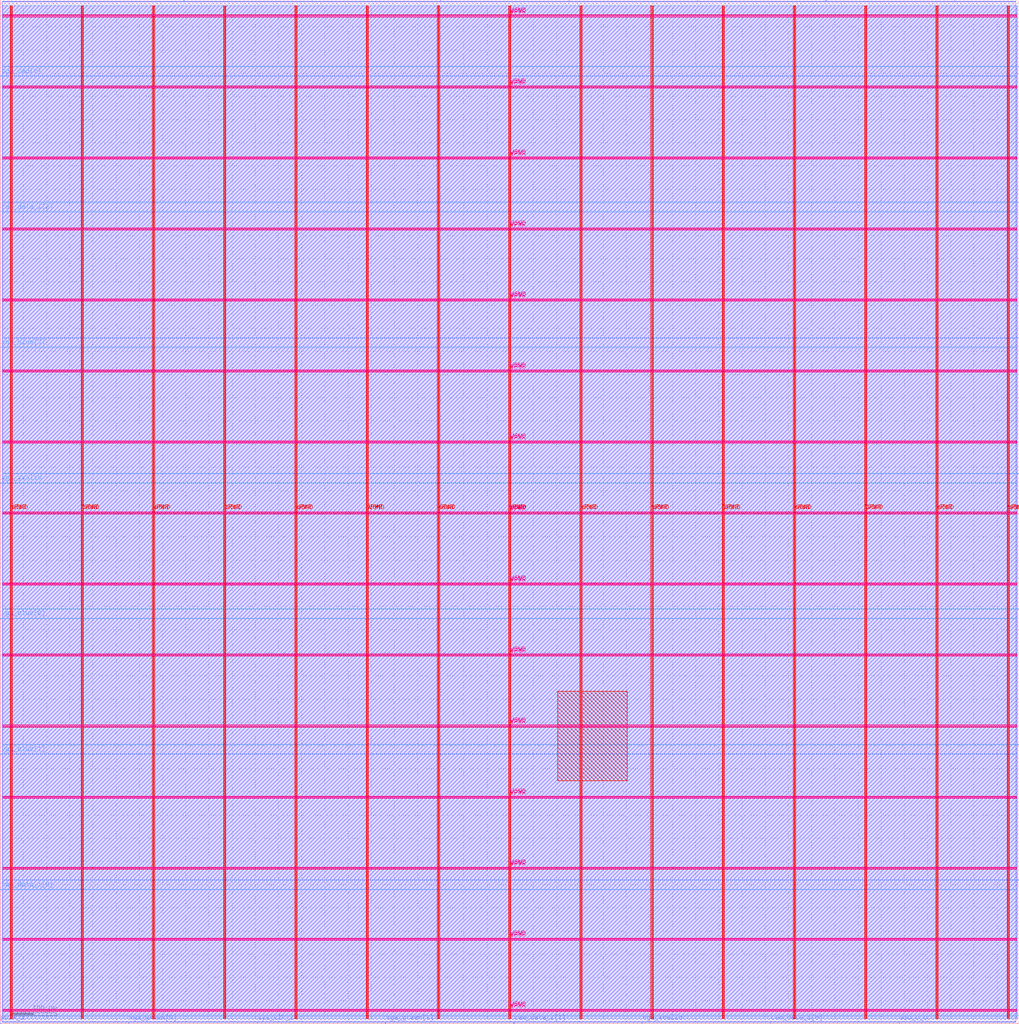
<source format=lef>
VERSION 5.7 ;
  NOWIREEXTENSIONATPIN ON ;
  DIVIDERCHAR "/" ;
  BUSBITCHARS "[]" ;
MACRO fpga_sobel_top
  CLASS BLOCK ;
  FOREIGN fpga_sobel_top ;
  ORIGIN 0.000 0.000 ;
  SIZE 2197.695 BY 2208.415 ;
  PIN VGND
    DIRECTION INOUT ;
    USE GROUND ;
    PORT
      LAYER met4 ;
        RECT 24.340 10.640 25.940 2195.280 ;
    END
    PORT
      LAYER met4 ;
        RECT 177.940 10.640 179.540 2195.280 ;
    END
    PORT
      LAYER met4 ;
        RECT 331.540 10.640 333.140 2195.280 ;
    END
    PORT
      LAYER met4 ;
        RECT 485.140 10.640 486.740 2195.280 ;
    END
    PORT
      LAYER met4 ;
        RECT 638.740 10.640 640.340 2195.280 ;
    END
    PORT
      LAYER met4 ;
        RECT 792.340 10.640 793.940 2195.280 ;
    END
    PORT
      LAYER met4 ;
        RECT 945.940 10.640 947.540 2195.280 ;
    END
    PORT
      LAYER met4 ;
        RECT 1099.540 10.640 1101.140 2195.280 ;
    END
    PORT
      LAYER met4 ;
        RECT 1253.140 10.640 1254.740 2195.280 ;
    END
    PORT
      LAYER met4 ;
        RECT 1406.740 10.640 1408.340 2195.280 ;
    END
    PORT
      LAYER met4 ;
        RECT 1560.340 10.640 1561.940 2195.280 ;
    END
    PORT
      LAYER met4 ;
        RECT 1713.940 10.640 1715.540 2195.280 ;
    END
    PORT
      LAYER met4 ;
        RECT 1867.540 10.640 1869.140 2195.280 ;
    END
    PORT
      LAYER met4 ;
        RECT 2021.140 10.640 2022.740 2195.280 ;
    END
    PORT
      LAYER met4 ;
        RECT 2174.740 10.640 2176.340 2195.280 ;
    END
    PORT
      LAYER met5 ;
        RECT 5.280 30.030 2192.140 31.630 ;
    END
    PORT
      LAYER met5 ;
        RECT 5.280 183.210 2192.140 184.810 ;
    END
    PORT
      LAYER met5 ;
        RECT 5.280 336.390 2192.140 337.990 ;
    END
    PORT
      LAYER met5 ;
        RECT 5.280 489.570 2192.140 491.170 ;
    END
    PORT
      LAYER met5 ;
        RECT 5.280 642.750 2192.140 644.350 ;
    END
    PORT
      LAYER met5 ;
        RECT 5.280 795.930 2192.140 797.530 ;
    END
    PORT
      LAYER met5 ;
        RECT 5.280 949.110 2192.140 950.710 ;
    END
    PORT
      LAYER met5 ;
        RECT 5.280 1102.290 2192.140 1103.890 ;
    END
    PORT
      LAYER met5 ;
        RECT 5.280 1255.470 2192.140 1257.070 ;
    END
    PORT
      LAYER met5 ;
        RECT 5.280 1408.650 2192.140 1410.250 ;
    END
    PORT
      LAYER met5 ;
        RECT 5.280 1561.830 2192.140 1563.430 ;
    END
    PORT
      LAYER met5 ;
        RECT 5.280 1715.010 2192.140 1716.610 ;
    END
    PORT
      LAYER met5 ;
        RECT 5.280 1868.190 2192.140 1869.790 ;
    END
    PORT
      LAYER met5 ;
        RECT 5.280 2021.370 2192.140 2022.970 ;
    END
    PORT
      LAYER met5 ;
        RECT 5.280 2174.550 2192.140 2176.150 ;
    END
  END VGND
  PIN VPWR
    DIRECTION INOUT ;
    USE POWER ;
    PORT
      LAYER met4 ;
        RECT 21.040 10.640 22.640 2195.280 ;
    END
    PORT
      LAYER met4 ;
        RECT 174.640 10.640 176.240 2195.280 ;
    END
    PORT
      LAYER met4 ;
        RECT 328.240 10.640 329.840 2195.280 ;
    END
    PORT
      LAYER met4 ;
        RECT 481.840 10.640 483.440 2195.280 ;
    END
    PORT
      LAYER met4 ;
        RECT 635.440 10.640 637.040 2195.280 ;
    END
    PORT
      LAYER met4 ;
        RECT 789.040 10.640 790.640 2195.280 ;
    END
    PORT
      LAYER met4 ;
        RECT 942.640 10.640 944.240 2195.280 ;
    END
    PORT
      LAYER met4 ;
        RECT 1096.240 10.640 1097.840 2195.280 ;
    END
    PORT
      LAYER met4 ;
        RECT 1249.840 10.640 1251.440 2195.280 ;
    END
    PORT
      LAYER met4 ;
        RECT 1403.440 10.640 1405.040 2195.280 ;
    END
    PORT
      LAYER met4 ;
        RECT 1557.040 10.640 1558.640 2195.280 ;
    END
    PORT
      LAYER met4 ;
        RECT 1710.640 10.640 1712.240 2195.280 ;
    END
    PORT
      LAYER met4 ;
        RECT 1864.240 10.640 1865.840 2195.280 ;
    END
    PORT
      LAYER met4 ;
        RECT 2017.840 10.640 2019.440 2195.280 ;
    END
    PORT
      LAYER met4 ;
        RECT 2171.440 10.640 2173.040 2195.280 ;
    END
    PORT
      LAYER met5 ;
        RECT 5.280 26.730 2192.140 28.330 ;
    END
    PORT
      LAYER met5 ;
        RECT 5.280 179.910 2192.140 181.510 ;
    END
    PORT
      LAYER met5 ;
        RECT 5.280 333.090 2192.140 334.690 ;
    END
    PORT
      LAYER met5 ;
        RECT 5.280 486.270 2192.140 487.870 ;
    END
    PORT
      LAYER met5 ;
        RECT 5.280 639.450 2192.140 641.050 ;
    END
    PORT
      LAYER met5 ;
        RECT 5.280 792.630 2192.140 794.230 ;
    END
    PORT
      LAYER met5 ;
        RECT 5.280 945.810 2192.140 947.410 ;
    END
    PORT
      LAYER met5 ;
        RECT 5.280 1098.990 2192.140 1100.590 ;
    END
    PORT
      LAYER met5 ;
        RECT 5.280 1252.170 2192.140 1253.770 ;
    END
    PORT
      LAYER met5 ;
        RECT 5.280 1405.350 2192.140 1406.950 ;
    END
    PORT
      LAYER met5 ;
        RECT 5.280 1558.530 2192.140 1560.130 ;
    END
    PORT
      LAYER met5 ;
        RECT 5.280 1711.710 2192.140 1713.310 ;
    END
    PORT
      LAYER met5 ;
        RECT 5.280 1864.890 2192.140 1866.490 ;
    END
    PORT
      LAYER met5 ;
        RECT 5.280 2018.070 2192.140 2019.670 ;
    END
    PORT
      LAYER met5 ;
        RECT 5.280 2171.250 2192.140 2172.850 ;
    END
  END VPWR
  PIN cam_data_i[0]
    DIRECTION INPUT ;
    USE SIGNAL ;
    PORT
      LAYER met3 ;
        RECT 2193.695 1479.040 2197.695 1479.640 ;
    END
  END cam_data_i[0]
  PIN cam_data_i[1]
    DIRECTION INPUT ;
    USE SIGNAL ;
    PORT
      LAYER met2 ;
        RECT 1107.770 0.000 1108.050 4.000 ;
    END
  END cam_data_i[1]
  PIN cam_data_i[2]
    DIRECTION INPUT ;
    USE SIGNAL ;
    PORT
      LAYER met3 ;
        RECT 0.000 1751.040 4.000 1751.640 ;
    END
  END cam_data_i[2]
  PIN cam_data_i[3]
    DIRECTION INPUT ;
    USE SIGNAL ;
    PORT
      LAYER met3 ;
        RECT 2193.695 1186.640 2197.695 1187.240 ;
    END
  END cam_data_i[3]
  PIN cam_data_i[4]
    DIRECTION INPUT ;
    USE SIGNAL ;
    PORT
      LAYER met2 ;
        RECT 1503.830 2204.415 1504.110 2208.415 ;
    END
  END cam_data_i[4]
  PIN cam_data_i[5]
    DIRECTION INPUT ;
    USE SIGNAL ;
    PORT
      LAYER met2 ;
        RECT 1661.610 0.000 1661.890 4.000 ;
    END
  END cam_data_i[5]
  PIN cam_data_i[6]
    DIRECTION INPUT ;
    USE SIGNAL ;
    PORT
      LAYER met3 ;
        RECT 0.000 289.040 4.000 289.640 ;
    END
  END cam_data_i[6]
  PIN cam_data_i[7]
    DIRECTION INPUT ;
    USE SIGNAL ;
    PORT
      LAYER met3 ;
        RECT 2193.695 2063.840 2197.695 2064.440 ;
    END
  END cam_data_i[7]
  PIN cam_rst_o
    DIRECTION OUTPUT TRISTATE ;
    USE SIGNAL ;
    PORT
      LAYER met2 ;
        RECT 1780.750 2204.415 1781.030 2208.415 ;
    END
  END cam_rst_o
  PIN href_i
    DIRECTION INPUT ;
    USE SIGNAL ;
    PORT
      LAYER met3 ;
        RECT 2193.695 601.840 2197.695 602.440 ;
    END
  END href_i
  PIN pclk_i
    DIRECTION INPUT ;
    USE SIGNAL ;
    PORT
      LAYER met2 ;
        RECT 0.090 0.000 0.370 4.000 ;
    END
  END pclk_i
  PIN sio_c_o
    DIRECTION OUTPUT TRISTATE ;
    USE SIGNAL ;
    ANTENNADIFFAREA 0.795200 ;
    PORT
      LAYER met2 ;
        RECT 1938.530 0.000 1938.810 4.000 ;
    END
  END sio_c_o
  PIN sio_d_io
    DIRECTION INOUT ;
    USE SIGNAL ;
    ANTENNADIFFAREA 1.782000 ;
    PORT
      LAYER met2 ;
        RECT 2057.670 2204.415 2057.950 2208.415 ;
    END
  END sio_d_io
  PIN sys_clk_i
    DIRECTION INPUT ;
    USE SIGNAL ;
    ANTENNAGATEAREA 0.742500 ;
    PORT
      LAYER met2 ;
        RECT 553.930 0.000 554.210 4.000 ;
    END
  END sys_clk_i
  PIN sys_rst_i
    DIRECTION INPUT ;
    USE SIGNAL ;
    ANTENNAGATEAREA 0.742500 ;
    PORT
      LAYER met2 ;
        RECT 673.070 2204.415 673.350 2208.415 ;
    END
  END sys_rst_i
  PIN vga_blue[0]
    DIRECTION OUTPUT TRISTATE ;
    USE SIGNAL ;
    PORT
      LAYER met3 ;
        RECT 0.000 873.840 4.000 874.440 ;
    END
  END vga_blue[0]
  PIN vga_blue[1]
    DIRECTION OUTPUT TRISTATE ;
    USE SIGNAL ;
    PORT
      LAYER met3 ;
        RECT 0.000 581.440 4.000 582.040 ;
    END
  END vga_blue[1]
  PIN vga_blue[2]
    DIRECTION OUTPUT TRISTATE ;
    USE SIGNAL ;
    PORT
      LAYER met3 ;
        RECT 2193.695 17.040 2197.695 17.640 ;
    END
  END vga_blue[2]
  PIN vga_blue[3]
    DIRECTION OUTPUT TRISTATE ;
    USE SIGNAL ;
    PORT
      LAYER met3 ;
        RECT 0.000 1458.640 4.000 1459.240 ;
    END
  END vga_blue[3]
  PIN vga_green[0]
    DIRECTION OUTPUT TRISTATE ;
    USE SIGNAL ;
    PORT
      LAYER met2 ;
        RECT 277.010 0.000 277.290 4.000 ;
    END
  END vga_green[0]
  PIN vga_green[1]
    DIRECTION OUTPUT TRISTATE ;
    USE SIGNAL ;
    PORT
      LAYER met2 ;
        RECT 396.150 2204.415 396.430 2208.415 ;
    END
  END vga_green[1]
  PIN vga_green[2]
    DIRECTION OUTPUT TRISTATE ;
    USE SIGNAL ;
    PORT
      LAYER met3 ;
        RECT 2193.695 309.440 2197.695 310.040 ;
    END
  END vga_green[2]
  PIN vga_green[3]
    DIRECTION OUTPUT TRISTATE ;
    USE SIGNAL ;
    PORT
      LAYER met2 ;
        RECT 830.850 0.000 831.130 4.000 ;
    END
  END vga_green[3]
  PIN vga_red[0]
    DIRECTION OUTPUT TRISTATE ;
    USE SIGNAL ;
    PORT
      LAYER met3 ;
        RECT 0.000 2043.440 4.000 2044.040 ;
    END
  END vga_red[0]
  PIN vga_red[1]
    DIRECTION OUTPUT TRISTATE ;
    USE SIGNAL ;
    PORT
      LAYER met3 ;
        RECT 2193.695 1771.440 2197.695 1772.040 ;
    END
  END vga_red[1]
  PIN vga_red[2]
    DIRECTION OUTPUT TRISTATE ;
    USE SIGNAL ;
    PORT
      LAYER met2 ;
        RECT 949.990 2204.415 950.270 2208.415 ;
    END
  END vga_red[2]
  PIN vga_red[3]
    DIRECTION OUTPUT TRISTATE ;
    USE SIGNAL ;
    PORT
      LAYER met2 ;
        RECT 1226.910 2204.415 1227.190 2208.415 ;
    END
  END vga_red[3]
  PIN vga_xvalid
    DIRECTION OUTPUT TRISTATE ;
    USE SIGNAL ;
    ANTENNADIFFAREA 0.795200 ;
    PORT
      LAYER met2 ;
        RECT 1384.690 0.000 1384.970 4.000 ;
    END
  END vga_xvalid
  PIN vga_yvalid
    DIRECTION OUTPUT TRISTATE ;
    USE SIGNAL ;
    ANTENNADIFFAREA 0.795200 ;
    PORT
      LAYER met3 ;
        RECT 0.000 1166.240 4.000 1166.840 ;
    END
  END vga_yvalid
  PIN vsync_i
    DIRECTION INPUT ;
    USE SIGNAL ;
    PORT
      LAYER met2 ;
        RECT 119.230 2204.415 119.510 2208.415 ;
    END
  END vsync_i
  PIN xvclk_o
    DIRECTION OUTPUT TRISTATE ;
    USE SIGNAL ;
    ANTENNADIFFAREA 0.445500 ;
    PORT
      LAYER met3 ;
        RECT 2193.695 894.240 2197.695 894.840 ;
    END
  END xvclk_o
  OBS
      LAYER li1 ;
        RECT 5.520 10.795 2191.900 2195.125 ;
      LAYER met1 ;
        RECT 4.670 10.640 2191.900 2195.280 ;
      LAYER met2 ;
        RECT 4.690 2204.135 118.950 2204.970 ;
        RECT 119.790 2204.135 395.870 2204.970 ;
        RECT 396.710 2204.135 672.790 2204.970 ;
        RECT 673.630 2204.135 949.710 2204.970 ;
        RECT 950.550 2204.135 1226.630 2204.970 ;
        RECT 1227.470 2204.135 1503.550 2204.970 ;
        RECT 1504.390 2204.135 1780.470 2204.970 ;
        RECT 1781.310 2204.135 2057.390 2204.970 ;
        RECT 2058.230 2204.135 2190.430 2204.970 ;
        RECT 4.690 4.280 2190.430 2204.135 ;
        RECT 4.690 3.670 276.730 4.280 ;
        RECT 277.570 3.670 553.650 4.280 ;
        RECT 554.490 3.670 830.570 4.280 ;
        RECT 831.410 3.670 1107.490 4.280 ;
        RECT 1108.330 3.670 1384.410 4.280 ;
        RECT 1385.250 3.670 1661.330 4.280 ;
        RECT 1662.170 3.670 1938.250 4.280 ;
        RECT 1939.090 3.670 2190.430 4.280 ;
      LAYER met3 ;
        RECT 4.000 2064.840 2193.695 2195.205 ;
        RECT 4.000 2063.440 2193.295 2064.840 ;
        RECT 4.000 2044.440 2193.695 2063.440 ;
        RECT 4.400 2043.040 2193.695 2044.440 ;
        RECT 4.000 1772.440 2193.695 2043.040 ;
        RECT 4.000 1771.040 2193.295 1772.440 ;
        RECT 4.000 1752.040 2193.695 1771.040 ;
        RECT 4.400 1750.640 2193.695 1752.040 ;
        RECT 4.000 1480.040 2193.695 1750.640 ;
        RECT 4.000 1478.640 2193.295 1480.040 ;
        RECT 4.000 1459.640 2193.695 1478.640 ;
        RECT 4.400 1458.240 2193.695 1459.640 ;
        RECT 4.000 1187.640 2193.695 1458.240 ;
        RECT 4.000 1186.240 2193.295 1187.640 ;
        RECT 4.000 1167.240 2193.695 1186.240 ;
        RECT 4.400 1165.840 2193.695 1167.240 ;
        RECT 4.000 895.240 2193.695 1165.840 ;
        RECT 4.000 893.840 2193.295 895.240 ;
        RECT 4.000 874.840 2193.695 893.840 ;
        RECT 4.400 873.440 2193.695 874.840 ;
        RECT 4.000 602.840 2193.695 873.440 ;
        RECT 4.000 601.440 2193.295 602.840 ;
        RECT 4.000 582.440 2193.695 601.440 ;
        RECT 4.400 581.040 2193.695 582.440 ;
        RECT 4.000 310.440 2193.695 581.040 ;
        RECT 4.000 309.040 2193.295 310.440 ;
        RECT 4.000 290.040 2193.695 309.040 ;
        RECT 4.400 288.640 2193.695 290.040 ;
        RECT 4.000 18.040 2193.695 288.640 ;
        RECT 4.000 16.640 2193.295 18.040 ;
        RECT 4.000 10.715 2193.695 16.640 ;
      LAYER met4 ;
        RECT 1202.735 523.775 1249.440 717.225 ;
        RECT 1251.840 523.775 1252.740 717.225 ;
        RECT 1255.140 523.775 1352.105 717.225 ;
  END
END fpga_sobel_top
END LIBRARY


</source>
